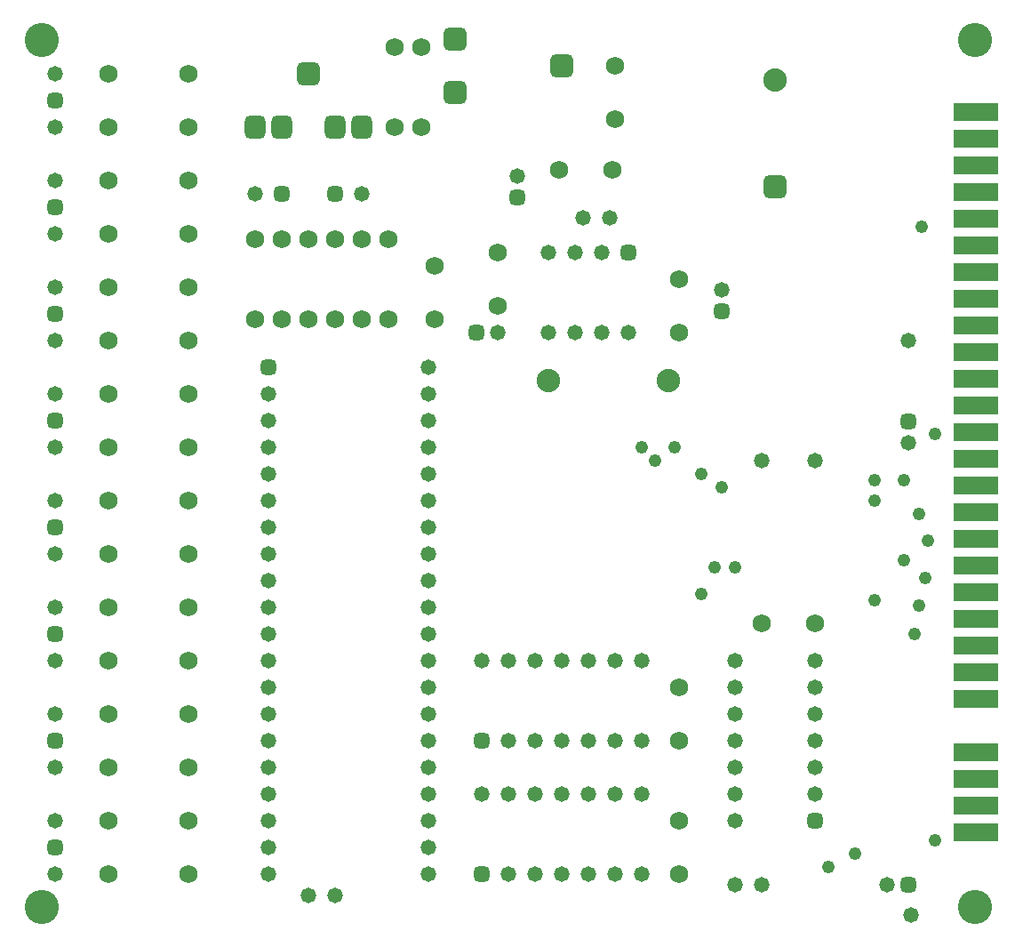
<source format=gbr>
*
%LPD*%
%LNTOPSOLDER*%
%FSLAX25Y25*%
%MOIN*%
%AD*%
%AD*%
%ADD21C,0.128*%
%ADD22C,0.058*%
%AMD23_Rectangle*
20,1,0.025,-0.029,0,0.029,0,0*
20,1,0.025,0,-0.029,0,0.029,0*
1,1,0.033,-0.0125,-0.0125*
1,1,0.033,0.0125,-0.0125*
1,1,0.033,0.0125,0.0125*
1,1,0.033,-0.0125,0.0125*
%
%ADD23D23_Rectangle*%
%ADD24C,0.068*%
%AMD25_Rectangle*
20,1,0.045,-0.039,0,0.039,0,0*
20,1,0.035,0,-0.044,0,0.044,0*
1,1,0.043,-0.0175,-0.0225*
1,1,0.043,0.0175,-0.0225*
1,1,0.043,0.0175,0.0225*
1,1,0.043,-0.0175,0.0225*
%
%ADD25D25_Rectangle*%
%AMD26_Rectangle*
20,1,0.04,-0.044,0,0.044,0,0*
20,1,0.04,0,-0.044,0,0.044,0*
1,1,0.048,-0.02,-0.02*
1,1,0.048,0.02,-0.02*
1,1,0.048,0.02,0.02*
1,1,0.048,-0.02,0.02*
%
%ADD26D26_Rectangle*%
%ADD27C,0.088*%
%ADD28R,0.168X0.068*%
%ADD29C,0.048*%
G54D21*
%SRX1Y1I0.0J0.0*%
G1X15000Y12500D3*
G1X15000Y337500D3*
G54D22*
G1X20000Y25000D3*
G54D23*
G1X20000Y35000D3*
G54D22*
G1X20000Y45000D3*
G1X20000Y65000D3*
G54D23*
G1X20000Y75000D3*
G54D22*
G1X20000Y85000D3*
G1X20000Y105000D3*
G54D23*
G1X20000Y115000D3*
G54D22*
G1X20000Y125000D3*
G1X20000Y145000D3*
G54D23*
G1X20000Y155000D3*
G54D22*
G1X20000Y165000D3*
G1X20000Y185000D3*
G54D23*
G1X20000Y195000D3*
G54D22*
G1X20000Y205000D3*
G1X20000Y225000D3*
G54D23*
G1X20000Y235000D3*
G54D22*
G1X20000Y245000D3*
G1X20000Y265000D3*
G54D23*
G1X20000Y275000D3*
G54D22*
G1X20000Y285000D3*
G1X20000Y305000D3*
G54D23*
G1X20000Y315000D3*
G54D22*
G1X20000Y325000D3*
G54D24*
G1X40000Y25000D3*
G1X40000Y45000D3*
G1X40000Y65000D3*
G1X40000Y85000D3*
G1X40000Y105000D3*
G1X40000Y125000D3*
G1X40000Y145000D3*
G1X40000Y165000D3*
G1X40000Y185000D3*
G1X40000Y205000D3*
G1X40000Y225000D3*
G1X40000Y245000D3*
G1X40000Y265000D3*
G1X40000Y285000D3*
G1X40000Y305000D3*
G1X40000Y325000D3*
G1X70000Y25000D3*
G1X70000Y45000D3*
G1X70000Y65000D3*
G1X70000Y85000D3*
G1X70000Y105000D3*
G1X70000Y125000D3*
G1X70000Y145000D3*
G1X70000Y165000D3*
G1X70000Y185000D3*
G1X70000Y205000D3*
G1X70000Y225000D3*
G1X70000Y245000D3*
G1X70000Y265000D3*
G1X70000Y285000D3*
G1X70000Y305000D3*
G1X70000Y325000D3*
G1X95000Y233000D3*
G1X95000Y263000D3*
G54D22*
G1X95000Y280000D3*
G54D25*
G1X95000Y305000D3*
G54D22*
G1X100000Y25000D3*
G1X100000Y35000D3*
G1X100000Y45000D3*
G1X100000Y55000D3*
G1X100000Y65000D3*
G1X100000Y75000D3*
G1X100000Y85000D3*
G1X100000Y95000D3*
G1X100000Y105000D3*
G1X100000Y115000D3*
G1X100000Y125000D3*
G1X100000Y135000D3*
G1X100000Y145000D3*
G1X100000Y155000D3*
G1X100000Y165000D3*
G1X100000Y175000D3*
G1X100000Y185000D3*
G1X100000Y195000D3*
G1X100000Y205000D3*
G54D23*
G1X100000Y215000D3*
G54D24*
G1X105000Y233000D3*
G1X105000Y263000D3*
G54D23*
G1X105000Y280000D3*
G54D25*
G1X105000Y305000D3*
G54D24*
G1X115000Y233000D3*
G1X115000Y263000D3*
G54D26*
G1X115000Y325000D3*
G54D24*
G1X125000Y233000D3*
G1X125000Y263000D3*
G54D23*
G1X125000Y280000D3*
G54D25*
G1X125000Y305000D3*
G54D24*
G1X135000Y233000D3*
G1X135000Y263000D3*
G54D22*
G1X135000Y280000D3*
G54D25*
G1X135000Y305000D3*
G54D24*
G1X145000Y233000D3*
G1X145000Y263000D3*
G1X147500Y305000D3*
G1X147500Y335000D3*
G1X157500Y305000D3*
G1X157500Y335000D3*
G54D22*
G1X160000Y25000D3*
G1X160000Y35000D3*
G1X160000Y45000D3*
G1X160000Y55000D3*
G1X160000Y65000D3*
G1X160000Y75000D3*
G1X160000Y85000D3*
G1X160000Y95000D3*
G1X160000Y105000D3*
G1X160000Y115000D3*
G1X160000Y125000D3*
G1X160000Y135000D3*
G1X160000Y145000D3*
G1X160000Y155000D3*
G1X160000Y165000D3*
G1X160000Y175000D3*
G1X160000Y185000D3*
G1X160000Y195000D3*
G1X160000Y205000D3*
G1X160000Y215000D3*
G54D24*
G1X162500Y233000D3*
G1X162500Y253000D3*
G54D26*
G1X170000Y318000D3*
G1X170000Y338000D3*
G54D23*
G1X178000Y228000D3*
G1X180000Y25000D3*
G54D22*
G1X180000Y55000D3*
G54D23*
G1X180000Y75000D3*
G54D22*
G1X180000Y105000D3*
G1X186000Y228000D3*
G54D24*
G1X186000Y238000D3*
G1X186000Y258000D3*
G54D22*
G1X190000Y25000D3*
G1X190000Y55000D3*
G1X190000Y75000D3*
G1X190000Y105000D3*
G54D23*
G1X193500Y278500D3*
G54D22*
G1X193500Y286500D3*
G1X200000Y25000D3*
G1X200000Y55000D3*
G1X200000Y75000D3*
G1X200000Y105000D3*
G54D27*
G1X205000Y210000D3*
G54D22*
G1X205000Y228000D3*
G1X205000Y258000D3*
G54D24*
G1X209000Y289000D3*
G54D22*
G1X210000Y25000D3*
G1X210000Y55000D3*
G1X210000Y75000D3*
G1X210000Y105000D3*
G54D26*
G1X210000Y328000D3*
G54D22*
G1X215000Y228000D3*
G1X215000Y258000D3*
G1X218000Y271000D3*
G1X220000Y25000D3*
G1X220000Y55000D3*
G1X220000Y75000D3*
G1X220000Y105000D3*
G1X225000Y228000D3*
G1X225000Y258000D3*
G1X228000Y271000D3*
G54D24*
G1X229000Y289000D3*
G54D22*
G1X230000Y25000D3*
G1X230000Y55000D3*
G1X230000Y75000D3*
G1X230000Y105000D3*
G54D24*
G1X230000Y308000D3*
G1X230000Y328000D3*
G54D22*
G1X235000Y228000D3*
G54D23*
G1X235000Y258000D3*
G54D22*
G1X240000Y25000D3*
G1X240000Y55000D3*
G1X240000Y75000D3*
G1X240000Y105000D3*
G54D27*
G1X250000Y210000D3*
G54D24*
G1X254000Y25000D3*
G1X254000Y45000D3*
G1X254000Y75000D3*
G1X254000Y95000D3*
G1X254000Y228000D3*
G1X254000Y248000D3*
G54D23*
G1X270000Y236000D3*
G54D22*
G1X270000Y244000D3*
G1X275000Y45000D3*
G1X275000Y55000D3*
G1X275000Y65000D3*
G1X275000Y75000D3*
G1X275000Y85000D3*
G1X275000Y95000D3*
G1X275000Y105000D3*
G54D24*
G1X285000Y119000D3*
G54D26*
G1X290000Y282500D3*
G54D27*
G1X290000Y322500D3*
G54D23*
G1X305000Y45000D3*
G54D22*
G1X305000Y55000D3*
G1X305000Y65000D3*
G1X305000Y75000D3*
G1X305000Y85000D3*
G1X305000Y95000D3*
G1X305000Y105000D3*
G54D24*
G1X305000Y119000D3*
G54D22*
G1X332000Y21000D3*
G54D23*
G1X340000Y21000D3*
G54D22*
G1X340000Y186500D3*
G54D23*
G1X340000Y194500D3*
G54D21*
G1X365000Y12500D3*
G1X365000Y337500D3*
G54D28*
G1X365500Y40500D3*
G1X365500Y50500D3*
G1X365500Y60500D3*
G1X365500Y70500D3*
G1X365500Y90500D3*
G1X365500Y100500D3*
G1X365500Y110500D3*
G1X365500Y120500D3*
G1X365500Y130500D3*
G1X365500Y140500D3*
G1X365500Y150500D3*
G1X365500Y160500D3*
G1X365500Y170500D3*
G1X365500Y180500D3*
G1X365500Y190500D3*
G1X365500Y200500D3*
G1X365500Y210500D3*
G1X365500Y220500D3*
G1X365500Y230500D3*
G1X365500Y240500D3*
G1X365500Y250500D3*
G1X365500Y260500D3*
G1X365500Y270500D3*
G1X365500Y280500D3*
G1X365500Y290500D3*
G1X365500Y300500D3*
G1X365500Y310500D3*
G54D22*
G1X115000Y17000D3*
G1X125000Y17000D3*
G54D29*
G1X240000Y185000D3*
G1X245000Y180000D3*
G1X252500Y185000D3*
G1X262500Y130000D3*
G1X262500Y175000D3*
G1X267500Y140000D3*
G1X270000Y170000D3*
G54D22*
G1X275000Y21000D3*
G54D29*
G1X275000Y140000D3*
G54D22*
G1X285000Y21000D3*
G1X285000Y180000D3*
G1X305000Y180000D3*
G54D29*
G1X310000Y27500D3*
G1X320000Y32500D3*
G1X327500Y127500D3*
G1X327500Y165000D3*
G1X327500Y172500D3*
G1X338500Y142500D3*
G1X338500Y172500D3*
G54D22*
G1X340000Y225000D3*
G1X341000Y9500D3*
G54D29*
G1X342500Y115000D3*
G1X344000Y125500D3*
G1X344000Y160000D3*
G1X345000Y267500D3*
G1X346500Y136000D3*
G1X347500Y150000D3*
G1X350000Y37500D3*
G1X350000Y190000D3*
M2*

</source>
